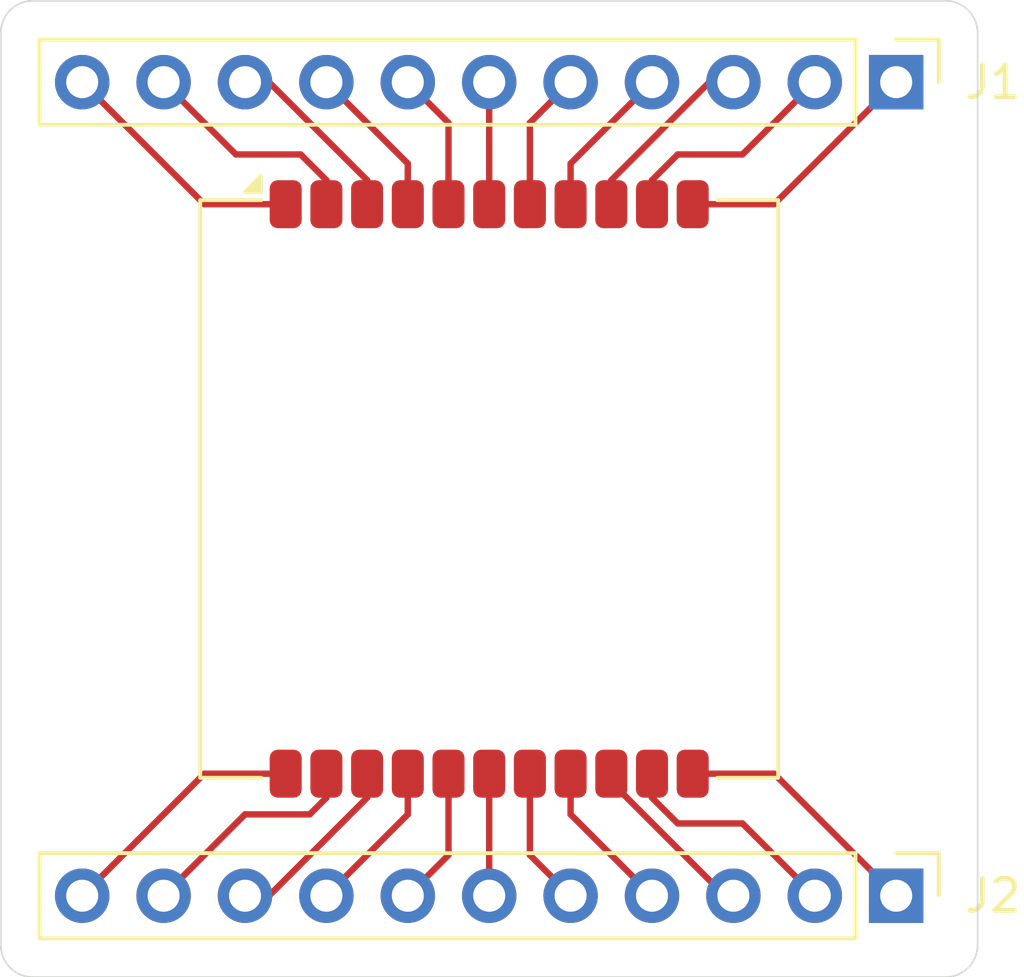
<source format=kicad_pcb>
(kicad_pcb (version 20240108) (generator "pcbnew") (generator_version "8.0")
  (title_block (comment 4 "AISLER Project ID: JIABSGKX"))
  (layers (0 "F.Cu" signal) (31 "B.Cu" signal) (34 "B.Paste" user) (35 "F.Paste" user) (36 "B.SilkS" user "B.Silkscreen") (37 "F.SilkS" user "F.Silkscreen") (38 "B.Mask" user) (39 "F.Mask" user) (44 "Edge.Cuts" user))
  (net 0 "")
  (net 1 "1")
  (net 2 "7")
  (net 3 "6")
  (net 4 "2")
  (net 5 "EN")
  (net 6 "2.4ANT")
  (net 7 "GND")
  (net 8 "4")
  (net 9 "0")
  (net 10 "5")
  (net 11 "3")
  (net 12 "TXD")
  (net 13 "VDD")
  (net 14 "8")
  (net 15 "LoRaANT")
  (net 16 "18")
  (net 17 "19")
  (net 18 "9")
  (net 19 "10")
  (net 20 "RXD")
  (footprint "RF_Module:Heltec_HT-CT62" (layer "F.Cu") (at 142.24 81.28)
    (property "Reference" "U1" (hide yes))
    (property "Value" "HT-CT62" (hide yes))
    (fp_line (start -9.017 -9.017) (end -9.017 9.017) (stroke (width 0.12)) (layer "F.SilkS"))
    (fp_line (start -9.017 9.017) (end -7.112 9.017) (stroke (width 0.12)) (layer "F.SilkS"))
    (fp_line (start -7.112 -9.017) (end -9.017 -9.017) (stroke (width 0.12)) (layer "F.SilkS"))
    (fp_line (start 7.112 -9.017) (end 9.017 -9.017) (stroke (width 0.12)) (layer "F.SilkS"))
    (fp_line (start 9.017 -9.017) (end 9.017 9.017) (stroke (width 0.12)) (layer "F.SilkS"))
    (fp_line (start 9.017 9.017) (end 7.112 9.017) (stroke (width 0.12)) (layer "F.SilkS"))
    (fp_poly (pts (xy -7.125 -9.275) (xy -7.625 -9.275) (xy -7.125 -9.775) (xy -7.125 -9.275)) (stroke (width 0.12)) (fill solid) (layer "F.SilkS"))
    (pad "1" smd roundrect (at -6.35 -8.89) (size 1 1.5) (layers "F.Cu" "F.Paste" "F.Mask") (net 6 "2.4ANT"))
    (pad "2" smd roundrect (at -5.08 -8.89) (size 1 1.5) (layers "F.Cu" "F.Paste" "F.Mask") (net 7 "GND"))
    (pad "3" smd roundrect (at -3.81 -8.89) (size 1 1.5) (layers "F.Cu" "F.Paste" "F.Mask") (net 2 "7"))
    (pad "4" smd roundrect (at -2.54 -8.89) (size 1 1.5) (layers "F.Cu" "F.Paste" "F.Mask") (net 3 "6"))
    (pad "5" smd roundrect (at -1.27 -8.89) (size 1 1.5) (layers "F.Cu" "F.Paste" "F.Mask") (net 10 "5"))
    (pad "6" smd roundrect (at 0 -8.89) (size 1 1.5) (layers "F.Cu" "F.Paste" "F.Mask") (net 8 "4"))
    (pad "7" smd roundrect (at 1.27 -8.89) (size 1 1.5) (layers "F.Cu" "F.Paste" "F.Mask") (net 11 "3"))
    (pad "8" smd roundrect (at 2.54 -8.89) (size 1 1.5) (layers "F.Cu" "F.Paste" "F.Mask") (net 4 "2"))
    (pad "9" smd roundrect (at 3.81 -8.89) (size 1 1.5) (layers "F.Cu" "F.Paste" "F.Mask") (net 1 "1"))
    (pad "10" smd roundrect (at 5.08 -8.89) (size 1 1.5) (layers "F.Cu" "F.Paste" "F.Mask") (net 9 "0"))
    (pad "11" smd roundrect (at 6.35 -8.89) (size 1 1.5) (layers "F.Cu" "F.Paste" "F.Mask") (net 5 "EN"))
    (pad "12" smd roundrect (at -6.35 8.89) (size 1 1.5) (layers "F.Cu" "F.Paste" "F.Mask") (net 13 "VDD"))
    (pad "13" smd roundrect (at -5.08 8.89) (size 1 1.5) (layers "F.Cu" "F.Paste" "F.Mask") (net 7 "GND"))
    (pad "14" smd roundrect (at -3.81 8.89) (size 1 1.5) (layers "F.Cu" "F.Paste" "F.Mask") (net 19 "10"))
    (pad "15" smd roundrect (at -2.54 8.89) (size 1 1.5) (layers "F.Cu" "F.Paste" "F.Mask") (net 18 "9"))
    (pad "16" smd roundrect (at -1.27 8.89) (size 1 1.5) (layers "F.Cu" "F.Paste" "F.Mask") (net 14 "8"))
    (pad "17" smd roundrect (at 0 8.89) (size 1 1.5) (layers "F.Cu" "F.Paste" "F.Mask") (net 16 "18"))
    (pad "18" smd roundrect (at 1.27 8.89) (size 1 1.5) (layers "F.Cu" "F.Paste" "F.Mask") (net 17 "19"))
    (pad "19" smd roundrect (at 2.54 8.89) (size 1 1.5) (layers "F.Cu" "F.Paste" "F.Mask") (net 20 "RXD"))
    (pad "20" smd roundrect (at 3.81 8.89) (size 1 1.5) (layers "F.Cu" "F.Paste" "F.Mask") (net 12 "TXD"))
    (pad "21" smd roundrect (at 5.08 8.89) (size 1 1.5) (layers "F.Cu" "F.Paste" "F.Mask") (net 7 "GND"))
    (pad "22" smd roundrect (at 6.35 8.89) (size 1 1.5) (layers "F.Cu" "F.Paste" "F.Mask") (net 15 "LoRaANT"))
  )
  (footprint "Connector_PinHeader_2.54mm:PinHeader_1x11_P2.54mm_Vertical" (layer "F.Cu") (at 154.94 93.98 -90)
    (property "Reference" "J2" (at 0 -3.02 180) (layer "F.SilkS"))
    (property "Value" "Conn_01x11_Pin" (hide yes))
    (fp_line (start -1.33 26.73) (end 1.33 26.73) (stroke (width 0.12)) (layer "F.SilkS"))
    (fp_line (start -1.33 1.27) (end -1.33 26.73) (stroke (width 0.12)) (layer "F.SilkS"))
    (fp_line (start -1.33 1.27) (end 1.33 1.27) (stroke (width 0.12)) (layer "F.SilkS"))
    (fp_line (start 1.33 1.27) (end 1.33 26.73) (stroke (width 0.12)) (layer "F.SilkS"))
    (fp_line (start -1.33 0) (end -1.33 -1.33) (stroke (width 0.12)) (layer "F.SilkS"))
    (fp_line (start -1.33 -1.33) (end 0 -1.33) (stroke (width 0.12)) (layer "F.SilkS"))
    (pad "1" thru_hole rect (at 0 0 270) (size 1.7 1.7) (drill 1) (layers "*.Cu" "*.Mask") (net 15 "LoRaANT"))
    (pad "2" thru_hole oval (at 0 2.54 270) (size 1.7 1.7) (drill 1) (layers "*.Cu" "*.Mask") (net 7 "GND"))
    (pad "3" thru_hole oval (at 0 5.08 270) (size 1.7 1.7) (drill 1) (layers "*.Cu" "*.Mask") (net 12 "TXD"))
    (pad "4" thru_hole oval (at 0 7.62 270) (size 1.7 1.7) (drill 1) (layers "*.Cu" "*.Mask") (net 20 "RXD"))
    (pad "5" thru_hole oval (at 0 10.16 270) (size 1.7 1.7) (drill 1) (layers "*.Cu" "*.Mask") (net 17 "19"))
    (pad "6" thru_hole oval (at 0 12.7 270) (size 1.7 1.7) (drill 1) (layers "*.Cu" "*.Mask") (net 16 "18"))
    (pad "7" thru_hole oval (at 0 15.24 270) (size 1.7 1.7) (drill 1) (layers "*.Cu" "*.Mask") (net 14 "8"))
    (pad "8" thru_hole oval (at 0 17.78 270) (size 1.7 1.7) (drill 1) (layers "*.Cu" "*.Mask") (net 18 "9"))
    (pad "9" thru_hole oval (at 0 20.32 270) (size 1.7 1.7) (drill 1) (layers "*.Cu" "*.Mask") (net 19 "10"))
    (pad "10" thru_hole oval (at 0 22.86 270) (size 1.7 1.7) (drill 1) (layers "*.Cu" "*.Mask") (net 7 "GND"))
    (pad "11" thru_hole oval (at 0 25.4 270) (size 1.7 1.7) (drill 1) (layers "*.Cu" "*.Mask") (net 13 "VDD"))
  )
  (footprint "Connector_PinHeader_2.54mm:PinHeader_1x11_P2.54mm_Vertical" (layer "F.Cu") (at 154.94 68.58 -90)
    (property "Reference" "J1" (at 0 -3.02 180) (layer "F.SilkS"))
    (property "Value" "Conn_01x11_Pin" (hide yes))
    (fp_line (start -1.33 26.73) (end 1.33 26.73) (stroke (width 0.12)) (layer "F.SilkS"))
    (fp_line (start -1.33 1.27) (end -1.33 26.73) (stroke (width 0.12)) (layer "F.SilkS"))
    (fp_line (start -1.33 1.27) (end 1.33 1.27) (stroke (width 0.12)) (layer "F.SilkS"))
    (fp_line (start 1.33 1.27) (end 1.33 26.73) (stroke (width 0.12)) (layer "F.SilkS"))
    (fp_line (start -1.33 0) (end -1.33 -1.33) (stroke (width 0.12)) (layer "F.SilkS"))
    (fp_line (start -1.33 -1.33) (end 0 -1.33) (stroke (width 0.12)) (layer "F.SilkS"))
    (pad "1" thru_hole rect (at 0 0 270) (size 1.7 1.7) (drill 1) (layers "*.Cu" "*.Mask") (net 5 "EN"))
    (pad "2" thru_hole oval (at 0 2.54 270) (size 1.7 1.7) (drill 1) (layers "*.Cu" "*.Mask") (net 9 "0"))
    (pad "3" thru_hole oval (at 0 5.08 270) (size 1.7 1.7) (drill 1) (layers "*.Cu" "*.Mask") (net 1 "1"))
    (pad "4" thru_hole oval (at 0 7.62 270) (size 1.7 1.7) (drill 1) (layers "*.Cu" "*.Mask") (net 4 "2"))
    (pad "5" thru_hole oval (at 0 10.16 270) (size 1.7 1.7) (drill 1) (layers "*.Cu" "*.Mask") (net 11 "3"))
    (pad "6" thru_hole oval (at 0 12.7 270) (size 1.7 1.7) (drill 1) (layers "*.Cu" "*.Mask") (net 8 "4"))
    (pad "7" thru_hole oval (at 0 15.24 270) (size 1.7 1.7) (drill 1) (layers "*.Cu" "*.Mask") (net 10 "5"))
    (pad "8" thru_hole oval (at 0 17.78 270) (size 1.7 1.7) (drill 1) (layers "*.Cu" "*.Mask") (net 3 "6"))
    (pad "9" thru_hole oval (at 0 20.32 270) (size 1.7 1.7) (drill 1) (layers "*.Cu" "*.Mask") (net 2 "7"))
    (pad "10" thru_hole oval (at 0 22.86 270) (size 1.7 1.7) (drill 1) (layers "*.Cu" "*.Mask") (net 7 "GND"))
    (pad "11" thru_hole oval (at 0 25.4 270) (size 1.7 1.7) (drill 1) (layers "*.Cu" "*.Mask") (net 6 "2.4ANT"))
  )
  (gr_arc (start 156.48 66.04) (mid 157.187107 66.332893) (end 157.48 67.04) (stroke (width 0.05)) (layer "Edge.Cuts"))
  (gr_line (start 156.48 96.52) (end 128 96.52) (stroke (width 0.05)) (layer "Edge.Cuts"))
  (gr_arc (start 127 67.04) (mid 127.292893 66.332893) (end 128 66.04) (stroke (width 0.05)) (layer "Edge.Cuts"))
  (gr_line (start 127 95.52) (end 127 67.04) (stroke (width 0.05)) (layer "Edge.Cuts"))
  (gr_line (start 157.48 67.04) (end 157.48 95.52) (stroke (width 0.05)) (layer "Edge.Cuts"))
  (gr_line (start 128 66.04) (end 156.48 66.04) (stroke (width 0.05)) (layer "Edge.Cuts"))
  (gr_arc (start 157.48 95.52) (mid 157.187107 96.227107) (end 156.48 96.52) (stroke (width 0.05)) (layer "Edge.Cuts"))
  (gr_arc (start 128 96.52) (mid 127.292893 96.227107) (end 127 95.52) (stroke (width 0.05)) (layer "Edge.Cuts"))
  (segment (start 146.05 71.64) (end 149.11 68.58) (width 0.2) (layer "F.Cu") (net 1))
  (segment (start 146.05 72.39) (end 146.05 71.64) (width 0.2) (layer "F.Cu") (net 1))
  (segment (start 149.11 68.58) (end 149.86 68.58) (width 0.2) (layer "F.Cu") (net 1))
  (segment (start 138.43 72.39) (end 138.43 71.64) (width 0.2) (layer "F.Cu") (net 2))
  (segment (start 135.37 68.58) (end 134.62 68.58) (width 0.2) (layer "F.Cu") (net 2))
  (segment (start 138.43 71.64) (end 135.37 68.58) (width 0.2) (layer "F.Cu") (net 2))
  (segment (start 139.7 72.39) (end 139.7 71.12) (width 0.2) (layer "F.Cu") (net 3))
  (segment (start 139.7 71.12) (end 137.16 68.58) (width 0.2) (layer "F.Cu") (net 3))
  (segment (start 144.78 71.12) (end 147.32 68.58) (width 0.2) (layer "F.Cu") (net 4))
  (segment (start 144.78 72.39) (end 144.78 71.12) (width 0.2) (layer "F.Cu") (net 4))
  (segment (start 148.59 72.39) (end 151.13 72.39) (width 0.2) (layer "F.Cu") (net 5))
  (segment (start 151.13 72.39) (end 154.94 68.58) (width 0.2) (layer "F.Cu") (net 5))
  (segment (start 133.35 72.39) (end 129.54 68.58) (width 0.2) (layer "F.Cu") (net 6))
  (segment (start 135.89 72.39) (end 133.35 72.39) (width 0.2) (layer "F.Cu") (net 6))
  (segment (start 137.16 90.92) (end 136.64 91.44) (width 0.2) (layer "F.Cu") (net 7))
  (segment (start 134.62 91.44) (end 132.08 93.98) (width 0.2) (layer "F.Cu") (net 7))
  (segment (start 150.142843 91.722843) (end 152.4 93.98) (width 0.2) (layer "F.Cu") (net 7))
  (segment (start 136.357157 70.837157) (end 134.337157 70.837157) (width 0.2) (layer "F.Cu") (net 7))
  (segment (start 136.64 91.44) (end 134.62 91.44) (width 0.2) (layer "F.Cu") (net 7))
  (segment (start 137.16 90.17) (end 137.16 90.92) (width 0.2) (layer "F.Cu") (net 7))
  (segment (start 137.16 72.39) (end 137.16 71.64) (width 0.2) (layer "F.Cu") (net 7))
  (segment (start 134.337157 70.837157) (end 132.08 68.58) (width 0.2) (layer "F.Cu") (net 7))
  (segment (start 147.32 90.17) (end 147.32 90.92) (width 0.2) (layer "F.Cu") (net 7))
  (segment (start 137.16 71.64) (end 136.357157 70.837157) (width 0.2) (layer "F.Cu") (net 7))
  (segment (start 147.32 90.92) (end 148.122843 91.722843) (width 0.2) (layer "F.Cu") (net 7))
  (segment (start 148.122843 91.722843) (end 150.142843 91.722843) (width 0.2) (layer "F.Cu") (net 7))
  (segment (start 142.24 72.39) (end 142.24 68.58) (width 0.2) (layer "F.Cu") (net 8))
  (segment (start 147.32 71.64) (end 148.122843 70.837157) (width 0.2) (layer "F.Cu") (net 9))
  (segment (start 147.32 72.39) (end 147.32 71.64) (width 0.2) (layer "F.Cu") (net 9))
  (segment (start 150.142843 70.837157) (end 152.4 68.58) (width 0.2) (layer "F.Cu") (net 9))
  (segment (start 148.122843 70.837157) (end 150.142843 70.837157) (width 0.2) (layer "F.Cu") (net 9))
  (segment (start 140.97 72.39) (end 140.97 69.85) (width 0.2) (layer "F.Cu") (net 10))
  (segment (start 140.97 69.85) (end 139.7 68.58) (width 0.2) (layer "F.Cu") (net 10))
  (segment (start 143.51 72.39) (end 143.51 69.85) (width 0.2) (layer "F.Cu") (net 11))
  (segment (start 143.51 69.85) (end 144.78 68.58) (width 0.2) (layer "F.Cu") (net 11))
  (segment (start 146.05 90.17) (end 146.05 90.434744) (width 0.2) (layer "F.Cu") (net 12))
  (segment (start 149.595256 93.98) (end 149.86 93.98) (width 0.2) (layer "F.Cu") (net 12))
  (segment (start 146.05 90.434744) (end 149.595256 93.98) (width 0.2) (layer "F.Cu") (net 12))
  (segment (start 133.35 90.17) (end 129.54 93.98) (width 0.2) (layer "F.Cu") (net 13))
  (segment (start 135.89 90.17) (end 133.35 90.17) (width 0.2) (layer "F.Cu") (net 13))
  (segment (start 140.97 90.17) (end 140.97 92.71) (width 0.2) (layer "F.Cu") (net 14))
  (segment (start 140.97 92.71) (end 139.7 93.98) (width 0.2) (layer "F.Cu") (net 14))
  (segment (start 148.59 90.17) (end 151.13 90.17) (width 0.2) (layer "F.Cu") (net 15))
  (segment (start 151.13 90.17) (end 154.94 93.98) (width 0.2) (layer "F.Cu") (net 15))
  (segment (start 142.24 90.17) (end 142.24 93.98) (width 0.2) (layer "F.Cu") (net 16))
  (segment (start 143.51 92.71) (end 144.78 93.98) (width 0.2) (layer "F.Cu") (net 17))
  (segment (start 143.51 90.17) (end 143.51 92.71) (width 0.2) (layer "F.Cu") (net 17))
  (segment (start 139.7 91.44) (end 137.16 93.98) (width 0.2) (layer "F.Cu") (net 18))
  (segment (start 139.7 90.17) (end 139.7 91.44) (width 0.2) (layer "F.Cu") (net 18))
  (segment (start 135.37 93.98) (end 134.62 93.98) (width 0.2) (layer "F.Cu") (net 19))
  (segment (start 138.43 90.17) (end 138.43 90.92) (width 0.2) (layer "F.Cu") (net 19))
  (segment (start 138.43 90.92) (end 135.37 93.98) (width 0.2) (layer "F.Cu") (net 19))
  (segment (start 144.78 90.17) (end 144.78 91.44) (width 0.2) (layer "F.Cu") (net 20))
  (segment (start 144.78 91.44) (end 147.32 93.98) (width 0.2) (layer "F.Cu") (net 20))
)
</source>
